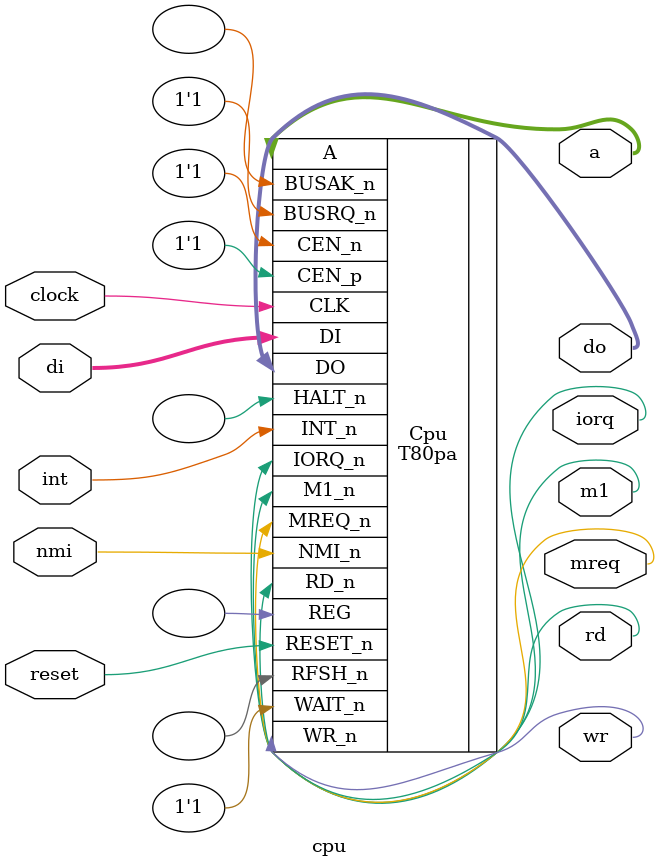
<source format=v>
module cpu
//-------------------------------------------------------------------------------------------------
(
	input  wire       clock,
	input  wire       reset,
	output wire       mreq,
	output wire       iorq,
	input  wire       nmi,
	input  wire       int,
	output wire       m1,
	output wire       wr,
	output wire       rd,
	input  wire[ 7:0] di,
	output wire[ 7:0] do,
	output wire[15:0] a    
);

T80pa Cpu
(
	.CLK    (clock),
	.CEN_p  (1'b1 ),
	.CEN_n  (1'b1 ),
	.RESET_n(reset),
	.BUSRQ_n(1'b1 ),
	.WAIT_n (1'b1 ),
	.BUSAK_n(     ),
	.HALT_n (     ),
	.RFSH_n (     ),
	.MREQ_n (mreq ),
	.IORQ_n (iorq ),
	.NMI_n  (nmi  ),
	.INT_n  (int  ),
	.WR_n   (wr   ),
	.RD_n   (rd   ),
	.M1_n   (m1   ),
	.A      (a    ),
	.DI     (di   ),
	.DO     (do   ),
	.REG    (     )
);

//-------------------------------------------------------------------------------------------------
endmodule
//-------------------------------------------------------------------------------------------------

</source>
